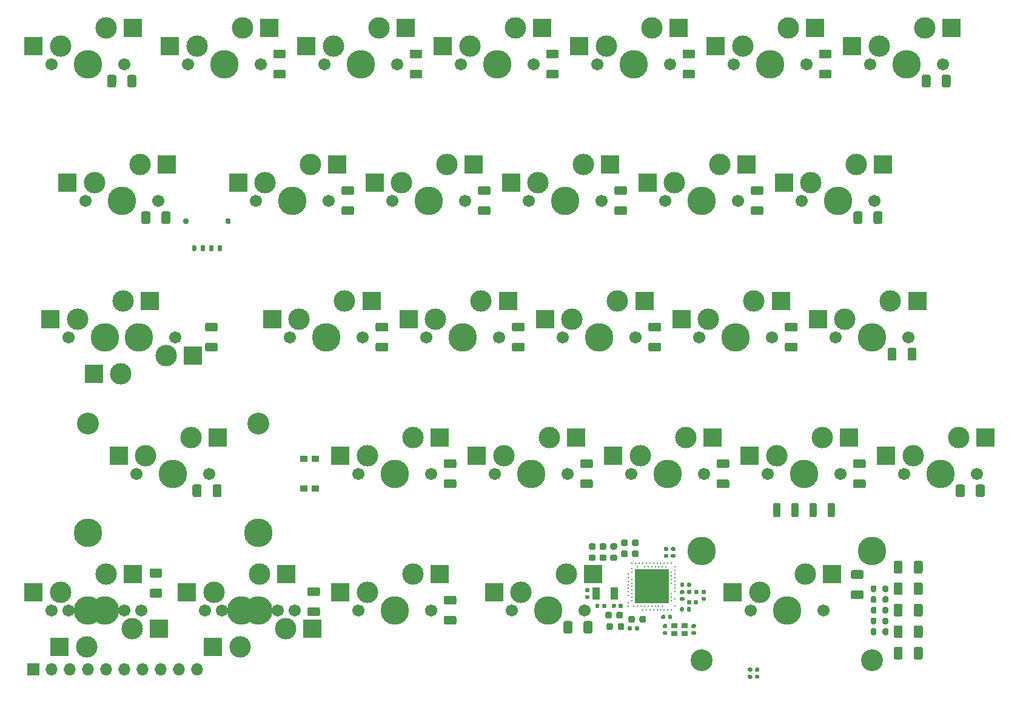
<source format=gbr>
%TF.GenerationSoftware,KiCad,Pcbnew,(5.1.10)-1*%
%TF.CreationDate,2023-08-12T15:50:22-04:00*%
%TF.ProjectId,niche65_mk2_left_RIGID,6e696368-6536-4355-9f6d-6b325f6c6566,rev?*%
%TF.SameCoordinates,Original*%
%TF.FileFunction,Soldermask,Bot*%
%TF.FilePolarity,Negative*%
%FSLAX46Y46*%
G04 Gerber Fmt 4.6, Leading zero omitted, Abs format (unit mm)*
G04 Created by KiCad (PCBNEW (5.1.10)-1) date 2023-08-12 15:50:22*
%MOMM*%
%LPD*%
G01*
G04 APERTURE LIST*
%ADD10C,3.987800*%
%ADD11C,3.048000*%
%ADD12R,2.550000X2.500000*%
%ADD13C,1.701800*%
%ADD14C,3.000000*%
%ADD15R,1.000000X0.900000*%
%ADD16R,4.850000X4.850000*%
%ADD17C,0.250000*%
%ADD18R,1.000000X1.800000*%
%ADD19R,0.900000X0.800000*%
%ADD20O,1.700000X1.700000*%
%ADD21R,1.700000X1.700000*%
G04 APERTURE END LIST*
%TO.C,REF\u002A\u002A*%
G36*
G01*
X195702500Y-162980000D02*
X195702500Y-161480000D01*
G75*
G02*
X195952500Y-161230000I250000J0D01*
G01*
X196452500Y-161230000D01*
G75*
G02*
X196702500Y-161480000I0J-250000D01*
G01*
X196702500Y-162980000D01*
G75*
G02*
X196452500Y-163230000I-250000J0D01*
G01*
X195952500Y-163230000D01*
G75*
G02*
X195702500Y-162980000I0J250000D01*
G01*
G37*
%TD*%
%TO.C,REF\u002A\u002A*%
G36*
G01*
X198242500Y-162980000D02*
X198242500Y-161480000D01*
G75*
G02*
X198492500Y-161230000I250000J0D01*
G01*
X198992500Y-161230000D01*
G75*
G02*
X199242500Y-161480000I0J-250000D01*
G01*
X199242500Y-162980000D01*
G75*
G02*
X198992500Y-163230000I-250000J0D01*
G01*
X198492500Y-163230000D01*
G75*
G02*
X198242500Y-162980000I0J250000D01*
G01*
G37*
%TD*%
%TO.C,REF\u002A\u002A*%
G36*
G01*
X203322500Y-162980000D02*
X203322500Y-161480000D01*
G75*
G02*
X203572500Y-161230000I250000J0D01*
G01*
X204072500Y-161230000D01*
G75*
G02*
X204322500Y-161480000I0J-250000D01*
G01*
X204322500Y-162980000D01*
G75*
G02*
X204072500Y-163230000I-250000J0D01*
G01*
X203572500Y-163230000D01*
G75*
G02*
X203322500Y-162980000I0J250000D01*
G01*
G37*
%TD*%
%TO.C,REF\u002A\u002A*%
G36*
G01*
X200782500Y-162980000D02*
X200782500Y-161480000D01*
G75*
G02*
X201032500Y-161230000I250000J0D01*
G01*
X201532500Y-161230000D01*
G75*
G02*
X201782500Y-161480000I0J-250000D01*
G01*
X201782500Y-162980000D01*
G75*
G02*
X201532500Y-163230000I-250000J0D01*
G01*
X201032500Y-163230000D01*
G75*
G02*
X200782500Y-162980000I0J250000D01*
G01*
G37*
%TD*%
%TO.C,J1*%
G36*
G01*
X114568742Y-125962492D02*
X114568742Y-125412492D01*
G75*
G02*
X114718742Y-125262492I150000J0D01*
G01*
X115018742Y-125262492D01*
G75*
G02*
X115168742Y-125412492I0J-150000D01*
G01*
X115168742Y-125962492D01*
G75*
G02*
X115018742Y-126112492I-150000J0D01*
G01*
X114718742Y-126112492D01*
G75*
G02*
X114568742Y-125962492I0J150000D01*
G01*
G37*
G36*
G01*
X115768742Y-125962492D02*
X115768742Y-125412492D01*
G75*
G02*
X115918742Y-125262492I150000J0D01*
G01*
X116218742Y-125262492D01*
G75*
G02*
X116368742Y-125412492I0J-150000D01*
G01*
X116368742Y-125962492D01*
G75*
G02*
X116218742Y-126112492I-150000J0D01*
G01*
X115918742Y-126112492D01*
G75*
G02*
X115768742Y-125962492I0J150000D01*
G01*
G37*
G36*
G01*
X116968742Y-125962492D02*
X116968742Y-125412492D01*
G75*
G02*
X117118742Y-125262492I150000J0D01*
G01*
X117418742Y-125262492D01*
G75*
G02*
X117568742Y-125412492I0J-150000D01*
G01*
X117568742Y-125962492D01*
G75*
G02*
X117418742Y-126112492I-150000J0D01*
G01*
X117118742Y-126112492D01*
G75*
G02*
X116968742Y-125962492I0J150000D01*
G01*
G37*
G36*
G01*
X118168742Y-125962492D02*
X118168742Y-125412492D01*
G75*
G02*
X118318742Y-125262492I150000J0D01*
G01*
X118618742Y-125262492D01*
G75*
G02*
X118768742Y-125412492I0J-150000D01*
G01*
X118768742Y-125962492D01*
G75*
G02*
X118618742Y-126112492I-150000J0D01*
G01*
X118318742Y-126112492D01*
G75*
G02*
X118168742Y-125962492I0J150000D01*
G01*
G37*
G36*
G01*
X113368742Y-122137492D02*
X113368742Y-121687492D01*
G75*
G02*
X113543742Y-121512492I175000J0D01*
G01*
X113893742Y-121512492D01*
G75*
G02*
X114068742Y-121687492I0J-175000D01*
G01*
X114068742Y-122137492D01*
G75*
G02*
X113893742Y-122312492I-175000J0D01*
G01*
X113543742Y-122312492D01*
G75*
G02*
X113368742Y-122137492I0J175000D01*
G01*
G37*
G36*
G01*
X119268742Y-122137492D02*
X119268742Y-121687492D01*
G75*
G02*
X119443742Y-121512492I175000J0D01*
G01*
X119793742Y-121512492D01*
G75*
G02*
X119968742Y-121687492I0J-175000D01*
G01*
X119968742Y-122137492D01*
G75*
G02*
X119793742Y-122312492I-175000J0D01*
G01*
X119443742Y-122312492D01*
G75*
G02*
X119268742Y-122137492I0J175000D01*
G01*
G37*
%TD*%
D10*
%TO.C,REF\u002A\u002A*%
X123806250Y-165405000D03*
X100006250Y-165405000D03*
D11*
X123806250Y-150165000D03*
X100006250Y-150165000D03*
%TD*%
%TO.C,REF\u002A\u002A*%
X209531250Y-183185000D03*
X185731250Y-183185000D03*
D10*
X209531250Y-167945000D03*
X185731250Y-167945000D03*
%TD*%
%TO.C,C1*%
G36*
G01*
X170700000Y-169315770D02*
X170200000Y-169315770D01*
G75*
G02*
X169975000Y-169090770I0J225000D01*
G01*
X169975000Y-168640770D01*
G75*
G02*
X170200000Y-168415770I225000J0D01*
G01*
X170700000Y-168415770D01*
G75*
G02*
X170925000Y-168640770I0J-225000D01*
G01*
X170925000Y-169090770D01*
G75*
G02*
X170700000Y-169315770I-225000J0D01*
G01*
G37*
G36*
G01*
X170700000Y-167765770D02*
X170200000Y-167765770D01*
G75*
G02*
X169975000Y-167540770I0J225000D01*
G01*
X169975000Y-167090770D01*
G75*
G02*
X170200000Y-166865770I225000J0D01*
G01*
X170700000Y-166865770D01*
G75*
G02*
X170925000Y-167090770I0J-225000D01*
G01*
X170925000Y-167540770D01*
G75*
G02*
X170700000Y-167765770I-225000J0D01*
G01*
G37*
%TD*%
%TO.C,C2*%
G36*
G01*
X180920000Y-167940770D02*
X180580000Y-167940770D01*
G75*
G02*
X180440000Y-167800770I0J140000D01*
G01*
X180440000Y-167520770D01*
G75*
G02*
X180580000Y-167380770I140000J0D01*
G01*
X180920000Y-167380770D01*
G75*
G02*
X181060000Y-167520770I0J-140000D01*
G01*
X181060000Y-167800770D01*
G75*
G02*
X180920000Y-167940770I-140000J0D01*
G01*
G37*
G36*
G01*
X180920000Y-168900770D02*
X180580000Y-168900770D01*
G75*
G02*
X180440000Y-168760770I0J140000D01*
G01*
X180440000Y-168480770D01*
G75*
G02*
X180580000Y-168340770I140000J0D01*
G01*
X180920000Y-168340770D01*
G75*
G02*
X181060000Y-168480770I0J-140000D01*
G01*
X181060000Y-168760770D01*
G75*
G02*
X180920000Y-168900770I-140000J0D01*
G01*
G37*
%TD*%
%TO.C,C3*%
G36*
G01*
X181920000Y-168900770D02*
X181580000Y-168900770D01*
G75*
G02*
X181440000Y-168760770I0J140000D01*
G01*
X181440000Y-168480770D01*
G75*
G02*
X181580000Y-168340770I140000J0D01*
G01*
X181920000Y-168340770D01*
G75*
G02*
X182060000Y-168480770I0J-140000D01*
G01*
X182060000Y-168760770D01*
G75*
G02*
X181920000Y-168900770I-140000J0D01*
G01*
G37*
G36*
G01*
X181920000Y-167940770D02*
X181580000Y-167940770D01*
G75*
G02*
X181440000Y-167800770I0J140000D01*
G01*
X181440000Y-167520770D01*
G75*
G02*
X181580000Y-167380770I140000J0D01*
G01*
X181920000Y-167380770D01*
G75*
G02*
X182060000Y-167520770I0J-140000D01*
G01*
X182060000Y-167800770D01*
G75*
G02*
X181920000Y-167940770I-140000J0D01*
G01*
G37*
%TD*%
%TO.C,C4*%
G36*
G01*
X180085000Y-177310770D02*
X180085000Y-176970770D01*
G75*
G02*
X180225000Y-176830770I140000J0D01*
G01*
X180505000Y-176830770D01*
G75*
G02*
X180645000Y-176970770I0J-140000D01*
G01*
X180645000Y-177310770D01*
G75*
G02*
X180505000Y-177450770I-140000J0D01*
G01*
X180225000Y-177450770D01*
G75*
G02*
X180085000Y-177310770I0J140000D01*
G01*
G37*
G36*
G01*
X181045000Y-177310770D02*
X181045000Y-176970770D01*
G75*
G02*
X181185000Y-176830770I140000J0D01*
G01*
X181465000Y-176830770D01*
G75*
G02*
X181605000Y-176970770I0J-140000D01*
G01*
X181605000Y-177310770D01*
G75*
G02*
X181465000Y-177450770I-140000J0D01*
G01*
X181185000Y-177450770D01*
G75*
G02*
X181045000Y-177310770I0J140000D01*
G01*
G37*
%TD*%
%TO.C,C5*%
G36*
G01*
X173175000Y-176640770D02*
X173175000Y-177140770D01*
G75*
G02*
X172950000Y-177365770I-225000J0D01*
G01*
X172500000Y-177365770D01*
G75*
G02*
X172275000Y-177140770I0J225000D01*
G01*
X172275000Y-176640770D01*
G75*
G02*
X172500000Y-176415770I225000J0D01*
G01*
X172950000Y-176415770D01*
G75*
G02*
X173175000Y-176640770I0J-225000D01*
G01*
G37*
G36*
G01*
X174725000Y-176640770D02*
X174725000Y-177140770D01*
G75*
G02*
X174500000Y-177365770I-225000J0D01*
G01*
X174050000Y-177365770D01*
G75*
G02*
X173825000Y-177140770I0J225000D01*
G01*
X173825000Y-176640770D01*
G75*
G02*
X174050000Y-176415770I225000J0D01*
G01*
X174500000Y-176415770D01*
G75*
G02*
X174725000Y-176640770I0J-225000D01*
G01*
G37*
%TD*%
%TO.C,C6*%
G36*
G01*
X172200000Y-169315770D02*
X171700000Y-169315770D01*
G75*
G02*
X171475000Y-169090770I0J225000D01*
G01*
X171475000Y-168640770D01*
G75*
G02*
X171700000Y-168415770I225000J0D01*
G01*
X172200000Y-168415770D01*
G75*
G02*
X172425000Y-168640770I0J-225000D01*
G01*
X172425000Y-169090770D01*
G75*
G02*
X172200000Y-169315770I-225000J0D01*
G01*
G37*
G36*
G01*
X172200000Y-167765770D02*
X171700000Y-167765770D01*
G75*
G02*
X171475000Y-167540770I0J225000D01*
G01*
X171475000Y-167090770D01*
G75*
G02*
X171700000Y-166865770I225000J0D01*
G01*
X172200000Y-166865770D01*
G75*
G02*
X172425000Y-167090770I0J-225000D01*
G01*
X172425000Y-167540770D01*
G75*
G02*
X172200000Y-167765770I-225000J0D01*
G01*
G37*
%TD*%
%TO.C,C7*%
G36*
G01*
X176214000Y-167881770D02*
X176714000Y-167881770D01*
G75*
G02*
X176939000Y-168106770I0J-225000D01*
G01*
X176939000Y-168556770D01*
G75*
G02*
X176714000Y-168781770I-225000J0D01*
G01*
X176214000Y-168781770D01*
G75*
G02*
X175989000Y-168556770I0J225000D01*
G01*
X175989000Y-168106770D01*
G75*
G02*
X176214000Y-167881770I225000J0D01*
G01*
G37*
G36*
G01*
X176214000Y-166331770D02*
X176714000Y-166331770D01*
G75*
G02*
X176939000Y-166556770I0J-225000D01*
G01*
X176939000Y-167006770D01*
G75*
G02*
X176714000Y-167231770I-225000J0D01*
G01*
X176214000Y-167231770D01*
G75*
G02*
X175989000Y-167006770I0J225000D01*
G01*
X175989000Y-166556770D01*
G75*
G02*
X176214000Y-166331770I225000J0D01*
G01*
G37*
%TD*%
%TO.C,C8*%
G36*
G01*
X177943000Y-177212770D02*
X177943000Y-177712770D01*
G75*
G02*
X177718000Y-177937770I-225000J0D01*
G01*
X177268000Y-177937770D01*
G75*
G02*
X177043000Y-177712770I0J225000D01*
G01*
X177043000Y-177212770D01*
G75*
G02*
X177268000Y-176987770I225000J0D01*
G01*
X177718000Y-176987770D01*
G75*
G02*
X177943000Y-177212770I0J-225000D01*
G01*
G37*
G36*
G01*
X176393000Y-177212770D02*
X176393000Y-177712770D01*
G75*
G02*
X176168000Y-177937770I-225000J0D01*
G01*
X175718000Y-177937770D01*
G75*
G02*
X175493000Y-177712770I0J225000D01*
G01*
X175493000Y-177212770D01*
G75*
G02*
X175718000Y-176987770I225000J0D01*
G01*
X176168000Y-176987770D01*
G75*
G02*
X176393000Y-177212770I0J-225000D01*
G01*
G37*
%TD*%
%TO.C,C9*%
G36*
G01*
X184250000Y-174920770D02*
X184250000Y-175260770D01*
G75*
G02*
X184110000Y-175400770I-140000J0D01*
G01*
X183830000Y-175400770D01*
G75*
G02*
X183690000Y-175260770I0J140000D01*
G01*
X183690000Y-174920770D01*
G75*
G02*
X183830000Y-174780770I140000J0D01*
G01*
X184110000Y-174780770D01*
G75*
G02*
X184250000Y-174920770I0J-140000D01*
G01*
G37*
G36*
G01*
X185210000Y-174920770D02*
X185210000Y-175260770D01*
G75*
G02*
X185070000Y-175400770I-140000J0D01*
G01*
X184790000Y-175400770D01*
G75*
G02*
X184650000Y-175260770I0J140000D01*
G01*
X184650000Y-174920770D01*
G75*
G02*
X184790000Y-174780770I140000J0D01*
G01*
X185070000Y-174780770D01*
G75*
G02*
X185210000Y-174920770I0J-140000D01*
G01*
G37*
%TD*%
%TO.C,C10*%
G36*
G01*
X175190000Y-167231770D02*
X174690000Y-167231770D01*
G75*
G02*
X174465000Y-167006770I0J225000D01*
G01*
X174465000Y-166556770D01*
G75*
G02*
X174690000Y-166331770I225000J0D01*
G01*
X175190000Y-166331770D01*
G75*
G02*
X175415000Y-166556770I0J-225000D01*
G01*
X175415000Y-167006770D01*
G75*
G02*
X175190000Y-167231770I-225000J0D01*
G01*
G37*
G36*
G01*
X175190000Y-168781770D02*
X174690000Y-168781770D01*
G75*
G02*
X174465000Y-168556770I0J225000D01*
G01*
X174465000Y-168106770D01*
G75*
G02*
X174690000Y-167881770I225000J0D01*
G01*
X175190000Y-167881770D01*
G75*
G02*
X175415000Y-168106770I0J-225000D01*
G01*
X175415000Y-168556770D01*
G75*
G02*
X175190000Y-168781770I-225000J0D01*
G01*
G37*
%TD*%
%TO.C,C11*%
G36*
G01*
X183680000Y-172810770D02*
X183680000Y-172470770D01*
G75*
G02*
X183820000Y-172330770I140000J0D01*
G01*
X184100000Y-172330770D01*
G75*
G02*
X184240000Y-172470770I0J-140000D01*
G01*
X184240000Y-172810770D01*
G75*
G02*
X184100000Y-172950770I-140000J0D01*
G01*
X183820000Y-172950770D01*
G75*
G02*
X183680000Y-172810770I0J140000D01*
G01*
G37*
G36*
G01*
X182720000Y-172810770D02*
X182720000Y-172470770D01*
G75*
G02*
X182860000Y-172330770I140000J0D01*
G01*
X183140000Y-172330770D01*
G75*
G02*
X183280000Y-172470770I0J-140000D01*
G01*
X183280000Y-172810770D01*
G75*
G02*
X183140000Y-172950770I-140000J0D01*
G01*
X182860000Y-172950770D01*
G75*
G02*
X182720000Y-172810770I0J140000D01*
G01*
G37*
%TD*%
%TO.C,C12*%
G36*
G01*
X183649000Y-176235770D02*
X183649000Y-175895770D01*
G75*
G02*
X183789000Y-175755770I140000J0D01*
G01*
X184069000Y-175755770D01*
G75*
G02*
X184209000Y-175895770I0J-140000D01*
G01*
X184209000Y-176235770D01*
G75*
G02*
X184069000Y-176375770I-140000J0D01*
G01*
X183789000Y-176375770D01*
G75*
G02*
X183649000Y-176235770I0J140000D01*
G01*
G37*
G36*
G01*
X182689000Y-176235770D02*
X182689000Y-175895770D01*
G75*
G02*
X182829000Y-175755770I140000J0D01*
G01*
X183109000Y-175755770D01*
G75*
G02*
X183249000Y-175895770I0J-140000D01*
G01*
X183249000Y-176235770D01*
G75*
G02*
X183109000Y-176375770I-140000J0D01*
G01*
X182829000Y-176375770D01*
G75*
G02*
X182689000Y-176235770I0J140000D01*
G01*
G37*
%TD*%
%TO.C,C13*%
G36*
G01*
X174710000Y-175420770D02*
X174710000Y-175760770D01*
G75*
G02*
X174570000Y-175900770I-140000J0D01*
G01*
X174290000Y-175900770D01*
G75*
G02*
X174150000Y-175760770I0J140000D01*
G01*
X174150000Y-175420770D01*
G75*
G02*
X174290000Y-175280770I140000J0D01*
G01*
X174570000Y-175280770D01*
G75*
G02*
X174710000Y-175420770I0J-140000D01*
G01*
G37*
G36*
G01*
X173750000Y-175420770D02*
X173750000Y-175760770D01*
G75*
G02*
X173610000Y-175900770I-140000J0D01*
G01*
X173330000Y-175900770D01*
G75*
G02*
X173190000Y-175760770I0J140000D01*
G01*
X173190000Y-175420770D01*
G75*
G02*
X173330000Y-175280770I140000J0D01*
G01*
X173610000Y-175280770D01*
G75*
G02*
X173750000Y-175420770I0J-140000D01*
G01*
G37*
%TD*%
%TO.C,C14*%
G36*
G01*
X172410000Y-175420770D02*
X172410000Y-175760770D01*
G75*
G02*
X172270000Y-175900770I-140000J0D01*
G01*
X171990000Y-175900770D01*
G75*
G02*
X171850000Y-175760770I0J140000D01*
G01*
X171850000Y-175420770D01*
G75*
G02*
X171990000Y-175280770I140000J0D01*
G01*
X172270000Y-175280770D01*
G75*
G02*
X172410000Y-175420770I0J-140000D01*
G01*
G37*
G36*
G01*
X171450000Y-175420770D02*
X171450000Y-175760770D01*
G75*
G02*
X171310000Y-175900770I-140000J0D01*
G01*
X171030000Y-175900770D01*
G75*
G02*
X170890000Y-175760770I0J140000D01*
G01*
X170890000Y-175420770D01*
G75*
G02*
X171030000Y-175280770I140000J0D01*
G01*
X171310000Y-175280770D01*
G75*
G02*
X171450000Y-175420770I0J-140000D01*
G01*
G37*
%TD*%
%TO.C,C15*%
G36*
G01*
X169920000Y-173690770D02*
X169580000Y-173690770D01*
G75*
G02*
X169440000Y-173550770I0J140000D01*
G01*
X169440000Y-173270770D01*
G75*
G02*
X169580000Y-173130770I140000J0D01*
G01*
X169920000Y-173130770D01*
G75*
G02*
X170060000Y-173270770I0J-140000D01*
G01*
X170060000Y-173550770D01*
G75*
G02*
X169920000Y-173690770I-140000J0D01*
G01*
G37*
G36*
G01*
X169920000Y-174650770D02*
X169580000Y-174650770D01*
G75*
G02*
X169440000Y-174510770I0J140000D01*
G01*
X169440000Y-174230770D01*
G75*
G02*
X169580000Y-174090770I140000J0D01*
G01*
X169920000Y-174090770D01*
G75*
G02*
X170060000Y-174230770I0J-140000D01*
G01*
X170060000Y-174510770D01*
G75*
G02*
X169920000Y-174650770I-140000J0D01*
G01*
G37*
%TD*%
%TO.C,C16*%
G36*
G01*
X193311250Y-184230000D02*
X193651250Y-184230000D01*
G75*
G02*
X193791250Y-184370000I0J-140000D01*
G01*
X193791250Y-184650000D01*
G75*
G02*
X193651250Y-184790000I-140000J0D01*
G01*
X193311250Y-184790000D01*
G75*
G02*
X193171250Y-184650000I0J140000D01*
G01*
X193171250Y-184370000D01*
G75*
G02*
X193311250Y-184230000I140000J0D01*
G01*
G37*
G36*
G01*
X193311250Y-185190000D02*
X193651250Y-185190000D01*
G75*
G02*
X193791250Y-185330000I0J-140000D01*
G01*
X193791250Y-185610000D01*
G75*
G02*
X193651250Y-185750000I-140000J0D01*
G01*
X193311250Y-185750000D01*
G75*
G02*
X193171250Y-185610000I0J140000D01*
G01*
X193171250Y-185330000D01*
G75*
G02*
X193311250Y-185190000I140000J0D01*
G01*
G37*
%TD*%
%TO.C,C17*%
G36*
G01*
X185830000Y-174340770D02*
X186170000Y-174340770D01*
G75*
G02*
X186310000Y-174480770I0J-140000D01*
G01*
X186310000Y-174760770D01*
G75*
G02*
X186170000Y-174900770I-140000J0D01*
G01*
X185830000Y-174900770D01*
G75*
G02*
X185690000Y-174760770I0J140000D01*
G01*
X185690000Y-174480770D01*
G75*
G02*
X185830000Y-174340770I140000J0D01*
G01*
G37*
G36*
G01*
X185830000Y-173380770D02*
X186170000Y-173380770D01*
G75*
G02*
X186310000Y-173520770I0J-140000D01*
G01*
X186310000Y-173800770D01*
G75*
G02*
X186170000Y-173940770I-140000J0D01*
G01*
X185830000Y-173940770D01*
G75*
G02*
X185690000Y-173800770I0J140000D01*
G01*
X185690000Y-173520770D01*
G75*
G02*
X185830000Y-173380770I140000J0D01*
G01*
G37*
%TD*%
%TO.C,C18*%
G36*
G01*
X182830000Y-173380770D02*
X183170000Y-173380770D01*
G75*
G02*
X183310000Y-173520770I0J-140000D01*
G01*
X183310000Y-173800770D01*
G75*
G02*
X183170000Y-173940770I-140000J0D01*
G01*
X182830000Y-173940770D01*
G75*
G02*
X182690000Y-173800770I0J140000D01*
G01*
X182690000Y-173520770D01*
G75*
G02*
X182830000Y-173380770I140000J0D01*
G01*
G37*
G36*
G01*
X182830000Y-174340770D02*
X183170000Y-174340770D01*
G75*
G02*
X183310000Y-174480770I0J-140000D01*
G01*
X183310000Y-174760770D01*
G75*
G02*
X183170000Y-174900770I-140000J0D01*
G01*
X182830000Y-174900770D01*
G75*
G02*
X182690000Y-174760770I0J140000D01*
G01*
X182690000Y-174480770D01*
G75*
G02*
X182830000Y-174340770I140000J0D01*
G01*
G37*
%TD*%
%TO.C,C19*%
G36*
G01*
X184785000Y-179650770D02*
X184445000Y-179650770D01*
G75*
G02*
X184305000Y-179510770I0J140000D01*
G01*
X184305000Y-179230770D01*
G75*
G02*
X184445000Y-179090770I140000J0D01*
G01*
X184785000Y-179090770D01*
G75*
G02*
X184925000Y-179230770I0J-140000D01*
G01*
X184925000Y-179510770D01*
G75*
G02*
X184785000Y-179650770I-140000J0D01*
G01*
G37*
G36*
G01*
X184785000Y-178690770D02*
X184445000Y-178690770D01*
G75*
G02*
X184305000Y-178550770I0J140000D01*
G01*
X184305000Y-178270770D01*
G75*
G02*
X184445000Y-178130770I140000J0D01*
G01*
X184785000Y-178130770D01*
G75*
G02*
X184925000Y-178270770I0J-140000D01*
G01*
X184925000Y-178550770D01*
G75*
G02*
X184785000Y-178690770I-140000J0D01*
G01*
G37*
%TD*%
%TO.C,C20*%
G36*
G01*
X180445000Y-179090770D02*
X180785000Y-179090770D01*
G75*
G02*
X180925000Y-179230770I0J-140000D01*
G01*
X180925000Y-179510770D01*
G75*
G02*
X180785000Y-179650770I-140000J0D01*
G01*
X180445000Y-179650770D01*
G75*
G02*
X180305000Y-179510770I0J140000D01*
G01*
X180305000Y-179230770D01*
G75*
G02*
X180445000Y-179090770I140000J0D01*
G01*
G37*
G36*
G01*
X180445000Y-178130770D02*
X180785000Y-178130770D01*
G75*
G02*
X180925000Y-178270770I0J-140000D01*
G01*
X180925000Y-178550770D01*
G75*
G02*
X180785000Y-178690770I-140000J0D01*
G01*
X180445000Y-178690770D01*
G75*
G02*
X180305000Y-178550770I0J140000D01*
G01*
X180305000Y-178270770D01*
G75*
G02*
X180445000Y-178130770I140000J0D01*
G01*
G37*
%TD*%
%TO.C,D1*%
G36*
G01*
X103987500Y-101756250D02*
X103987500Y-103006250D01*
G75*
G02*
X103737500Y-103256250I-250000J0D01*
G01*
X102987500Y-103256250D01*
G75*
G02*
X102737500Y-103006250I0J250000D01*
G01*
X102737500Y-101756250D01*
G75*
G02*
X102987500Y-101506250I250000J0D01*
G01*
X103737500Y-101506250D01*
G75*
G02*
X103987500Y-101756250I0J-250000D01*
G01*
G37*
G36*
G01*
X106787500Y-101756250D02*
X106787500Y-103006250D01*
G75*
G02*
X106537500Y-103256250I-250000J0D01*
G01*
X105787500Y-103256250D01*
G75*
G02*
X105537500Y-103006250I0J250000D01*
G01*
X105537500Y-101756250D01*
G75*
G02*
X105787500Y-101506250I250000J0D01*
G01*
X106537500Y-101506250D01*
G75*
G02*
X106787500Y-101756250I0J-250000D01*
G01*
G37*
%TD*%
%TO.C,D2*%
G36*
G01*
X127414085Y-102025000D02*
X126164085Y-102025000D01*
G75*
G02*
X125914085Y-101775000I0J250000D01*
G01*
X125914085Y-101025000D01*
G75*
G02*
X126164085Y-100775000I250000J0D01*
G01*
X127414085Y-100775000D01*
G75*
G02*
X127664085Y-101025000I0J-250000D01*
G01*
X127664085Y-101775000D01*
G75*
G02*
X127414085Y-102025000I-250000J0D01*
G01*
G37*
G36*
G01*
X127414085Y-99225000D02*
X126164085Y-99225000D01*
G75*
G02*
X125914085Y-98975000I0J250000D01*
G01*
X125914085Y-98225000D01*
G75*
G02*
X126164085Y-97975000I250000J0D01*
G01*
X127414085Y-97975000D01*
G75*
G02*
X127664085Y-98225000I0J-250000D01*
G01*
X127664085Y-98975000D01*
G75*
G02*
X127414085Y-99225000I-250000J0D01*
G01*
G37*
%TD*%
%TO.C,D3*%
G36*
G01*
X146464101Y-102025000D02*
X145214101Y-102025000D01*
G75*
G02*
X144964101Y-101775000I0J250000D01*
G01*
X144964101Y-101025000D01*
G75*
G02*
X145214101Y-100775000I250000J0D01*
G01*
X146464101Y-100775000D01*
G75*
G02*
X146714101Y-101025000I0J-250000D01*
G01*
X146714101Y-101775000D01*
G75*
G02*
X146464101Y-102025000I-250000J0D01*
G01*
G37*
G36*
G01*
X146464101Y-99225000D02*
X145214101Y-99225000D01*
G75*
G02*
X144964101Y-98975000I0J250000D01*
G01*
X144964101Y-98225000D01*
G75*
G02*
X145214101Y-97975000I250000J0D01*
G01*
X146464101Y-97975000D01*
G75*
G02*
X146714101Y-98225000I0J-250000D01*
G01*
X146714101Y-98975000D01*
G75*
G02*
X146464101Y-99225000I-250000J0D01*
G01*
G37*
%TD*%
%TO.C,D4*%
G36*
G01*
X165514117Y-99225000D02*
X164264117Y-99225000D01*
G75*
G02*
X164014117Y-98975000I0J250000D01*
G01*
X164014117Y-98225000D01*
G75*
G02*
X164264117Y-97975000I250000J0D01*
G01*
X165514117Y-97975000D01*
G75*
G02*
X165764117Y-98225000I0J-250000D01*
G01*
X165764117Y-98975000D01*
G75*
G02*
X165514117Y-99225000I-250000J0D01*
G01*
G37*
G36*
G01*
X165514117Y-102025000D02*
X164264117Y-102025000D01*
G75*
G02*
X164014117Y-101775000I0J250000D01*
G01*
X164014117Y-101025000D01*
G75*
G02*
X164264117Y-100775000I250000J0D01*
G01*
X165514117Y-100775000D01*
G75*
G02*
X165764117Y-101025000I0J-250000D01*
G01*
X165764117Y-101775000D01*
G75*
G02*
X165514117Y-102025000I-250000J0D01*
G01*
G37*
%TD*%
%TO.C,D5*%
G36*
G01*
X184564133Y-99225000D02*
X183314133Y-99225000D01*
G75*
G02*
X183064133Y-98975000I0J250000D01*
G01*
X183064133Y-98225000D01*
G75*
G02*
X183314133Y-97975000I250000J0D01*
G01*
X184564133Y-97975000D01*
G75*
G02*
X184814133Y-98225000I0J-250000D01*
G01*
X184814133Y-98975000D01*
G75*
G02*
X184564133Y-99225000I-250000J0D01*
G01*
G37*
G36*
G01*
X184564133Y-102025000D02*
X183314133Y-102025000D01*
G75*
G02*
X183064133Y-101775000I0J250000D01*
G01*
X183064133Y-101025000D01*
G75*
G02*
X183314133Y-100775000I250000J0D01*
G01*
X184564133Y-100775000D01*
G75*
G02*
X184814133Y-101025000I0J-250000D01*
G01*
X184814133Y-101775000D01*
G75*
G02*
X184564133Y-102025000I-250000J0D01*
G01*
G37*
%TD*%
%TO.C,D6*%
G36*
G01*
X203614149Y-102025000D02*
X202364149Y-102025000D01*
G75*
G02*
X202114149Y-101775000I0J250000D01*
G01*
X202114149Y-101025000D01*
G75*
G02*
X202364149Y-100775000I250000J0D01*
G01*
X203614149Y-100775000D01*
G75*
G02*
X203864149Y-101025000I0J-250000D01*
G01*
X203864149Y-101775000D01*
G75*
G02*
X203614149Y-102025000I-250000J0D01*
G01*
G37*
G36*
G01*
X203614149Y-99225000D02*
X202364149Y-99225000D01*
G75*
G02*
X202114149Y-98975000I0J250000D01*
G01*
X202114149Y-98225000D01*
G75*
G02*
X202364149Y-97975000I250000J0D01*
G01*
X203614149Y-97975000D01*
G75*
G02*
X203864149Y-98225000I0J-250000D01*
G01*
X203864149Y-98975000D01*
G75*
G02*
X203614149Y-99225000I-250000J0D01*
G01*
G37*
%TD*%
%TO.C,D7*%
G36*
G01*
X216442287Y-103006252D02*
X216442287Y-101756252D01*
G75*
G02*
X216692287Y-101506252I250000J0D01*
G01*
X217442287Y-101506252D01*
G75*
G02*
X217692287Y-101756252I0J-250000D01*
G01*
X217692287Y-103006252D01*
G75*
G02*
X217442287Y-103256252I-250000J0D01*
G01*
X216692287Y-103256252D01*
G75*
G02*
X216442287Y-103006252I0J250000D01*
G01*
G37*
G36*
G01*
X219242287Y-103006252D02*
X219242287Y-101756252D01*
G75*
G02*
X219492287Y-101506252I250000J0D01*
G01*
X220242287Y-101506252D01*
G75*
G02*
X220492287Y-101756252I0J-250000D01*
G01*
X220492287Y-103006252D01*
G75*
G02*
X220242287Y-103256252I-250000J0D01*
G01*
X219492287Y-103256252D01*
G75*
G02*
X219242287Y-103006252I0J250000D01*
G01*
G37*
%TD*%
%TO.C,D8*%
G36*
G01*
X108749992Y-120806242D02*
X108749992Y-122056242D01*
G75*
G02*
X108499992Y-122306242I-250000J0D01*
G01*
X107749992Y-122306242D01*
G75*
G02*
X107499992Y-122056242I0J250000D01*
G01*
X107499992Y-120806242D01*
G75*
G02*
X107749992Y-120556242I250000J0D01*
G01*
X108499992Y-120556242D01*
G75*
G02*
X108749992Y-120806242I0J-250000D01*
G01*
G37*
G36*
G01*
X111549992Y-120806242D02*
X111549992Y-122056242D01*
G75*
G02*
X111299992Y-122306242I-250000J0D01*
G01*
X110549992Y-122306242D01*
G75*
G02*
X110299992Y-122056242I0J250000D01*
G01*
X110299992Y-120806242D01*
G75*
G02*
X110549992Y-120556242I250000J0D01*
G01*
X111299992Y-120556242D01*
G75*
G02*
X111549992Y-120806242I0J-250000D01*
G01*
G37*
%TD*%
%TO.C,D9*%
G36*
G01*
X136939093Y-121075016D02*
X135689093Y-121075016D01*
G75*
G02*
X135439093Y-120825016I0J250000D01*
G01*
X135439093Y-120075016D01*
G75*
G02*
X135689093Y-119825016I250000J0D01*
G01*
X136939093Y-119825016D01*
G75*
G02*
X137189093Y-120075016I0J-250000D01*
G01*
X137189093Y-120825016D01*
G75*
G02*
X136939093Y-121075016I-250000J0D01*
G01*
G37*
G36*
G01*
X136939093Y-118275016D02*
X135689093Y-118275016D01*
G75*
G02*
X135439093Y-118025016I0J250000D01*
G01*
X135439093Y-117275016D01*
G75*
G02*
X135689093Y-117025016I250000J0D01*
G01*
X136939093Y-117025016D01*
G75*
G02*
X137189093Y-117275016I0J-250000D01*
G01*
X137189093Y-118025016D01*
G75*
G02*
X136939093Y-118275016I-250000J0D01*
G01*
G37*
%TD*%
%TO.C,D10*%
G36*
G01*
X155989109Y-118275016D02*
X154739109Y-118275016D01*
G75*
G02*
X154489109Y-118025016I0J250000D01*
G01*
X154489109Y-117275016D01*
G75*
G02*
X154739109Y-117025016I250000J0D01*
G01*
X155989109Y-117025016D01*
G75*
G02*
X156239109Y-117275016I0J-250000D01*
G01*
X156239109Y-118025016D01*
G75*
G02*
X155989109Y-118275016I-250000J0D01*
G01*
G37*
G36*
G01*
X155989109Y-121075016D02*
X154739109Y-121075016D01*
G75*
G02*
X154489109Y-120825016I0J250000D01*
G01*
X154489109Y-120075016D01*
G75*
G02*
X154739109Y-119825016I250000J0D01*
G01*
X155989109Y-119825016D01*
G75*
G02*
X156239109Y-120075016I0J-250000D01*
G01*
X156239109Y-120825016D01*
G75*
G02*
X155989109Y-121075016I-250000J0D01*
G01*
G37*
%TD*%
%TO.C,D11*%
G36*
G01*
X175039125Y-121075016D02*
X173789125Y-121075016D01*
G75*
G02*
X173539125Y-120825016I0J250000D01*
G01*
X173539125Y-120075016D01*
G75*
G02*
X173789125Y-119825016I250000J0D01*
G01*
X175039125Y-119825016D01*
G75*
G02*
X175289125Y-120075016I0J-250000D01*
G01*
X175289125Y-120825016D01*
G75*
G02*
X175039125Y-121075016I-250000J0D01*
G01*
G37*
G36*
G01*
X175039125Y-118275016D02*
X173789125Y-118275016D01*
G75*
G02*
X173539125Y-118025016I0J250000D01*
G01*
X173539125Y-117275016D01*
G75*
G02*
X173789125Y-117025016I250000J0D01*
G01*
X175039125Y-117025016D01*
G75*
G02*
X175289125Y-117275016I0J-250000D01*
G01*
X175289125Y-118025016D01*
G75*
G02*
X175039125Y-118275016I-250000J0D01*
G01*
G37*
%TD*%
%TO.C,D12*%
G36*
G01*
X194089141Y-121075016D02*
X192839141Y-121075016D01*
G75*
G02*
X192589141Y-120825016I0J250000D01*
G01*
X192589141Y-120075016D01*
G75*
G02*
X192839141Y-119825016I250000J0D01*
G01*
X194089141Y-119825016D01*
G75*
G02*
X194339141Y-120075016I0J-250000D01*
G01*
X194339141Y-120825016D01*
G75*
G02*
X194089141Y-121075016I-250000J0D01*
G01*
G37*
G36*
G01*
X194089141Y-118275016D02*
X192839141Y-118275016D01*
G75*
G02*
X192589141Y-118025016I0J250000D01*
G01*
X192589141Y-117275016D01*
G75*
G02*
X192839141Y-117025016I250000J0D01*
G01*
X194089141Y-117025016D01*
G75*
G02*
X194339141Y-117275016I0J-250000D01*
G01*
X194339141Y-118025016D01*
G75*
G02*
X194089141Y-118275016I-250000J0D01*
G01*
G37*
%TD*%
%TO.C,D13*%
G36*
G01*
X209717279Y-122056268D02*
X209717279Y-120806268D01*
G75*
G02*
X209967279Y-120556268I250000J0D01*
G01*
X210717279Y-120556268D01*
G75*
G02*
X210967279Y-120806268I0J-250000D01*
G01*
X210967279Y-122056268D01*
G75*
G02*
X210717279Y-122306268I-250000J0D01*
G01*
X209967279Y-122306268D01*
G75*
G02*
X209717279Y-122056268I0J250000D01*
G01*
G37*
G36*
G01*
X206917279Y-122056268D02*
X206917279Y-120806268D01*
G75*
G02*
X207167279Y-120556268I250000J0D01*
G01*
X207917279Y-120556268D01*
G75*
G02*
X208167279Y-120806268I0J-250000D01*
G01*
X208167279Y-122056268D01*
G75*
G02*
X207917279Y-122306268I-250000J0D01*
G01*
X207167279Y-122306268D01*
G75*
G02*
X206917279Y-122056268I0J250000D01*
G01*
G37*
%TD*%
%TO.C,D14*%
G36*
G01*
X117889077Y-137325032D02*
X116639077Y-137325032D01*
G75*
G02*
X116389077Y-137075032I0J250000D01*
G01*
X116389077Y-136325032D01*
G75*
G02*
X116639077Y-136075032I250000J0D01*
G01*
X117889077Y-136075032D01*
G75*
G02*
X118139077Y-136325032I0J-250000D01*
G01*
X118139077Y-137075032D01*
G75*
G02*
X117889077Y-137325032I-250000J0D01*
G01*
G37*
G36*
G01*
X117889077Y-140125032D02*
X116639077Y-140125032D01*
G75*
G02*
X116389077Y-139875032I0J250000D01*
G01*
X116389077Y-139125032D01*
G75*
G02*
X116639077Y-138875032I250000J0D01*
G01*
X117889077Y-138875032D01*
G75*
G02*
X118139077Y-139125032I0J-250000D01*
G01*
X118139077Y-139875032D01*
G75*
G02*
X117889077Y-140125032I-250000J0D01*
G01*
G37*
%TD*%
%TO.C,D15*%
G36*
G01*
X141701597Y-137325032D02*
X140451597Y-137325032D01*
G75*
G02*
X140201597Y-137075032I0J250000D01*
G01*
X140201597Y-136325032D01*
G75*
G02*
X140451597Y-136075032I250000J0D01*
G01*
X141701597Y-136075032D01*
G75*
G02*
X141951597Y-136325032I0J-250000D01*
G01*
X141951597Y-137075032D01*
G75*
G02*
X141701597Y-137325032I-250000J0D01*
G01*
G37*
G36*
G01*
X141701597Y-140125032D02*
X140451597Y-140125032D01*
G75*
G02*
X140201597Y-139875032I0J250000D01*
G01*
X140201597Y-139125032D01*
G75*
G02*
X140451597Y-138875032I250000J0D01*
G01*
X141701597Y-138875032D01*
G75*
G02*
X141951597Y-139125032I0J-250000D01*
G01*
X141951597Y-139875032D01*
G75*
G02*
X141701597Y-140125032I-250000J0D01*
G01*
G37*
%TD*%
%TO.C,D16*%
G36*
G01*
X160751613Y-140125032D02*
X159501613Y-140125032D01*
G75*
G02*
X159251613Y-139875032I0J250000D01*
G01*
X159251613Y-139125032D01*
G75*
G02*
X159501613Y-138875032I250000J0D01*
G01*
X160751613Y-138875032D01*
G75*
G02*
X161001613Y-139125032I0J-250000D01*
G01*
X161001613Y-139875032D01*
G75*
G02*
X160751613Y-140125032I-250000J0D01*
G01*
G37*
G36*
G01*
X160751613Y-137325032D02*
X159501613Y-137325032D01*
G75*
G02*
X159251613Y-137075032I0J250000D01*
G01*
X159251613Y-136325032D01*
G75*
G02*
X159501613Y-136075032I250000J0D01*
G01*
X160751613Y-136075032D01*
G75*
G02*
X161001613Y-136325032I0J-250000D01*
G01*
X161001613Y-137075032D01*
G75*
G02*
X160751613Y-137325032I-250000J0D01*
G01*
G37*
%TD*%
%TO.C,D17*%
G36*
G01*
X179801629Y-140125032D02*
X178551629Y-140125032D01*
G75*
G02*
X178301629Y-139875032I0J250000D01*
G01*
X178301629Y-139125032D01*
G75*
G02*
X178551629Y-138875032I250000J0D01*
G01*
X179801629Y-138875032D01*
G75*
G02*
X180051629Y-139125032I0J-250000D01*
G01*
X180051629Y-139875032D01*
G75*
G02*
X179801629Y-140125032I-250000J0D01*
G01*
G37*
G36*
G01*
X179801629Y-137325032D02*
X178551629Y-137325032D01*
G75*
G02*
X178301629Y-137075032I0J250000D01*
G01*
X178301629Y-136325032D01*
G75*
G02*
X178551629Y-136075032I250000J0D01*
G01*
X179801629Y-136075032D01*
G75*
G02*
X180051629Y-136325032I0J-250000D01*
G01*
X180051629Y-137075032D01*
G75*
G02*
X179801629Y-137325032I-250000J0D01*
G01*
G37*
%TD*%
%TO.C,D18*%
G36*
G01*
X198851645Y-140125032D02*
X197601645Y-140125032D01*
G75*
G02*
X197351645Y-139875032I0J250000D01*
G01*
X197351645Y-139125032D01*
G75*
G02*
X197601645Y-138875032I250000J0D01*
G01*
X198851645Y-138875032D01*
G75*
G02*
X199101645Y-139125032I0J-250000D01*
G01*
X199101645Y-139875032D01*
G75*
G02*
X198851645Y-140125032I-250000J0D01*
G01*
G37*
G36*
G01*
X198851645Y-137325032D02*
X197601645Y-137325032D01*
G75*
G02*
X197351645Y-137075032I0J250000D01*
G01*
X197351645Y-136325032D01*
G75*
G02*
X197601645Y-136075032I250000J0D01*
G01*
X198851645Y-136075032D01*
G75*
G02*
X199101645Y-136325032I0J-250000D01*
G01*
X199101645Y-137075032D01*
G75*
G02*
X198851645Y-137325032I-250000J0D01*
G01*
G37*
%TD*%
%TO.C,D19*%
G36*
G01*
X214479783Y-141106284D02*
X214479783Y-139856284D01*
G75*
G02*
X214729783Y-139606284I250000J0D01*
G01*
X215479783Y-139606284D01*
G75*
G02*
X215729783Y-139856284I0J-250000D01*
G01*
X215729783Y-141106284D01*
G75*
G02*
X215479783Y-141356284I-250000J0D01*
G01*
X214729783Y-141356284D01*
G75*
G02*
X214479783Y-141106284I0J250000D01*
G01*
G37*
G36*
G01*
X211679783Y-141106284D02*
X211679783Y-139856284D01*
G75*
G02*
X211929783Y-139606284I250000J0D01*
G01*
X212679783Y-139606284D01*
G75*
G02*
X212929783Y-139856284I0J-250000D01*
G01*
X212929783Y-141106284D01*
G75*
G02*
X212679783Y-141356284I-250000J0D01*
G01*
X211929783Y-141356284D01*
G75*
G02*
X211679783Y-141106284I0J250000D01*
G01*
G37*
%TD*%
%TO.C,D20*%
G36*
G01*
X115893750Y-158906250D02*
X115893750Y-160156250D01*
G75*
G02*
X115643750Y-160406250I-250000J0D01*
G01*
X114893750Y-160406250D01*
G75*
G02*
X114643750Y-160156250I0J250000D01*
G01*
X114643750Y-158906250D01*
G75*
G02*
X114893750Y-158656250I250000J0D01*
G01*
X115643750Y-158656250D01*
G75*
G02*
X115893750Y-158906250I0J-250000D01*
G01*
G37*
G36*
G01*
X118693750Y-158906250D02*
X118693750Y-160156250D01*
G75*
G02*
X118443750Y-160406250I-250000J0D01*
G01*
X117693750Y-160406250D01*
G75*
G02*
X117443750Y-160156250I0J250000D01*
G01*
X117443750Y-158906250D01*
G75*
G02*
X117693750Y-158656250I250000J0D01*
G01*
X118443750Y-158656250D01*
G75*
G02*
X118693750Y-158906250I0J-250000D01*
G01*
G37*
%TD*%
%TO.C,D22*%
G36*
G01*
X151226605Y-156375048D02*
X149976605Y-156375048D01*
G75*
G02*
X149726605Y-156125048I0J250000D01*
G01*
X149726605Y-155375048D01*
G75*
G02*
X149976605Y-155125048I250000J0D01*
G01*
X151226605Y-155125048D01*
G75*
G02*
X151476605Y-155375048I0J-250000D01*
G01*
X151476605Y-156125048D01*
G75*
G02*
X151226605Y-156375048I-250000J0D01*
G01*
G37*
G36*
G01*
X151226605Y-159175048D02*
X149976605Y-159175048D01*
G75*
G02*
X149726605Y-158925048I0J250000D01*
G01*
X149726605Y-158175048D01*
G75*
G02*
X149976605Y-157925048I250000J0D01*
G01*
X151226605Y-157925048D01*
G75*
G02*
X151476605Y-158175048I0J-250000D01*
G01*
X151476605Y-158925048D01*
G75*
G02*
X151226605Y-159175048I-250000J0D01*
G01*
G37*
%TD*%
%TO.C,D23*%
G36*
G01*
X170276621Y-159175048D02*
X169026621Y-159175048D01*
G75*
G02*
X168776621Y-158925048I0J250000D01*
G01*
X168776621Y-158175048D01*
G75*
G02*
X169026621Y-157925048I250000J0D01*
G01*
X170276621Y-157925048D01*
G75*
G02*
X170526621Y-158175048I0J-250000D01*
G01*
X170526621Y-158925048D01*
G75*
G02*
X170276621Y-159175048I-250000J0D01*
G01*
G37*
G36*
G01*
X170276621Y-156375048D02*
X169026621Y-156375048D01*
G75*
G02*
X168776621Y-156125048I0J250000D01*
G01*
X168776621Y-155375048D01*
G75*
G02*
X169026621Y-155125048I250000J0D01*
G01*
X170276621Y-155125048D01*
G75*
G02*
X170526621Y-155375048I0J-250000D01*
G01*
X170526621Y-156125048D01*
G75*
G02*
X170276621Y-156375048I-250000J0D01*
G01*
G37*
%TD*%
%TO.C,D24*%
G36*
G01*
X189326637Y-159175048D02*
X188076637Y-159175048D01*
G75*
G02*
X187826637Y-158925048I0J250000D01*
G01*
X187826637Y-158175048D01*
G75*
G02*
X188076637Y-157925048I250000J0D01*
G01*
X189326637Y-157925048D01*
G75*
G02*
X189576637Y-158175048I0J-250000D01*
G01*
X189576637Y-158925048D01*
G75*
G02*
X189326637Y-159175048I-250000J0D01*
G01*
G37*
G36*
G01*
X189326637Y-156375048D02*
X188076637Y-156375048D01*
G75*
G02*
X187826637Y-156125048I0J250000D01*
G01*
X187826637Y-155375048D01*
G75*
G02*
X188076637Y-155125048I250000J0D01*
G01*
X189326637Y-155125048D01*
G75*
G02*
X189576637Y-155375048I0J-250000D01*
G01*
X189576637Y-156125048D01*
G75*
G02*
X189326637Y-156375048I-250000J0D01*
G01*
G37*
%TD*%
%TO.C,D25*%
G36*
G01*
X208376653Y-156375048D02*
X207126653Y-156375048D01*
G75*
G02*
X206876653Y-156125048I0J250000D01*
G01*
X206876653Y-155375048D01*
G75*
G02*
X207126653Y-155125048I250000J0D01*
G01*
X208376653Y-155125048D01*
G75*
G02*
X208626653Y-155375048I0J-250000D01*
G01*
X208626653Y-156125048D01*
G75*
G02*
X208376653Y-156375048I-250000J0D01*
G01*
G37*
G36*
G01*
X208376653Y-159175048D02*
X207126653Y-159175048D01*
G75*
G02*
X206876653Y-158925048I0J250000D01*
G01*
X206876653Y-158175048D01*
G75*
G02*
X207126653Y-157925048I250000J0D01*
G01*
X208376653Y-157925048D01*
G75*
G02*
X208626653Y-158175048I0J-250000D01*
G01*
X208626653Y-158925048D01*
G75*
G02*
X208376653Y-159175048I-250000J0D01*
G01*
G37*
%TD*%
%TO.C,D26*%
G36*
G01*
X221204791Y-160156300D02*
X221204791Y-158906300D01*
G75*
G02*
X221454791Y-158656300I250000J0D01*
G01*
X222204791Y-158656300D01*
G75*
G02*
X222454791Y-158906300I0J-250000D01*
G01*
X222454791Y-160156300D01*
G75*
G02*
X222204791Y-160406300I-250000J0D01*
G01*
X221454791Y-160406300D01*
G75*
G02*
X221204791Y-160156300I0J250000D01*
G01*
G37*
G36*
G01*
X224004791Y-160156300D02*
X224004791Y-158906300D01*
G75*
G02*
X224254791Y-158656300I250000J0D01*
G01*
X225004791Y-158656300D01*
G75*
G02*
X225254791Y-158906300I0J-250000D01*
G01*
X225254791Y-160156300D01*
G75*
G02*
X225004791Y-160406300I-250000J0D01*
G01*
X224254791Y-160406300D01*
G75*
G02*
X224004791Y-160156300I0J250000D01*
G01*
G37*
%TD*%
%TO.C,D27*%
G36*
G01*
X108900000Y-170393812D02*
X110150000Y-170393812D01*
G75*
G02*
X110400000Y-170643812I0J-250000D01*
G01*
X110400000Y-171393812D01*
G75*
G02*
X110150000Y-171643812I-250000J0D01*
G01*
X108900000Y-171643812D01*
G75*
G02*
X108650000Y-171393812I0J250000D01*
G01*
X108650000Y-170643812D01*
G75*
G02*
X108900000Y-170393812I250000J0D01*
G01*
G37*
G36*
G01*
X108900000Y-173193812D02*
X110150000Y-173193812D01*
G75*
G02*
X110400000Y-173443812I0J-250000D01*
G01*
X110400000Y-174193812D01*
G75*
G02*
X110150000Y-174443812I-250000J0D01*
G01*
X108900000Y-174443812D01*
G75*
G02*
X108650000Y-174193812I0J250000D01*
G01*
X108650000Y-173443812D01*
G75*
G02*
X108900000Y-173193812I250000J0D01*
G01*
G37*
%TD*%
%TO.C,D28*%
G36*
G01*
X132176589Y-177034438D02*
X130926589Y-177034438D01*
G75*
G02*
X130676589Y-176784438I0J250000D01*
G01*
X130676589Y-176034438D01*
G75*
G02*
X130926589Y-175784438I250000J0D01*
G01*
X132176589Y-175784438D01*
G75*
G02*
X132426589Y-176034438I0J-250000D01*
G01*
X132426589Y-176784438D01*
G75*
G02*
X132176589Y-177034438I-250000J0D01*
G01*
G37*
G36*
G01*
X132176589Y-174234438D02*
X130926589Y-174234438D01*
G75*
G02*
X130676589Y-173984438I0J250000D01*
G01*
X130676589Y-173234438D01*
G75*
G02*
X130926589Y-172984438I250000J0D01*
G01*
X132176589Y-172984438D01*
G75*
G02*
X132426589Y-173234438I0J-250000D01*
G01*
X132426589Y-173984438D01*
G75*
G02*
X132176589Y-174234438I-250000J0D01*
G01*
G37*
%TD*%
%TO.C,D29*%
G36*
G01*
X151226605Y-175425064D02*
X149976605Y-175425064D01*
G75*
G02*
X149726605Y-175175064I0J250000D01*
G01*
X149726605Y-174425064D01*
G75*
G02*
X149976605Y-174175064I250000J0D01*
G01*
X151226605Y-174175064D01*
G75*
G02*
X151476605Y-174425064I0J-250000D01*
G01*
X151476605Y-175175064D01*
G75*
G02*
X151226605Y-175425064I-250000J0D01*
G01*
G37*
G36*
G01*
X151226605Y-178225064D02*
X149976605Y-178225064D01*
G75*
G02*
X149726605Y-177975064I0J250000D01*
G01*
X149726605Y-177225064D01*
G75*
G02*
X149976605Y-176975064I250000J0D01*
G01*
X151226605Y-176975064D01*
G75*
G02*
X151476605Y-177225064I0J-250000D01*
G01*
X151476605Y-177975064D01*
G75*
G02*
X151226605Y-178225064I-250000J0D01*
G01*
G37*
%TD*%
%TO.C,D30*%
G36*
G01*
X169235899Y-179206316D02*
X169235899Y-177956316D01*
G75*
G02*
X169485899Y-177706316I250000J0D01*
G01*
X170235899Y-177706316D01*
G75*
G02*
X170485899Y-177956316I0J-250000D01*
G01*
X170485899Y-179206316D01*
G75*
G02*
X170235899Y-179456316I-250000J0D01*
G01*
X169485899Y-179456316D01*
G75*
G02*
X169235899Y-179206316I0J250000D01*
G01*
G37*
G36*
G01*
X166435899Y-179206316D02*
X166435899Y-177956316D01*
G75*
G02*
X166685899Y-177706316I250000J0D01*
G01*
X167435899Y-177706316D01*
G75*
G02*
X167685899Y-177956316I0J-250000D01*
G01*
X167685899Y-179206316D01*
G75*
G02*
X167435899Y-179456316I-250000J0D01*
G01*
X166685899Y-179456316D01*
G75*
G02*
X166435899Y-179206316I0J250000D01*
G01*
G37*
%TD*%
%TO.C,D31*%
G36*
G01*
X208078889Y-171853186D02*
X206828889Y-171853186D01*
G75*
G02*
X206578889Y-171603186I0J250000D01*
G01*
X206578889Y-170853186D01*
G75*
G02*
X206828889Y-170603186I250000J0D01*
G01*
X208078889Y-170603186D01*
G75*
G02*
X208328889Y-170853186I0J-250000D01*
G01*
X208328889Y-171603186D01*
G75*
G02*
X208078889Y-171853186I-250000J0D01*
G01*
G37*
G36*
G01*
X208078889Y-174653186D02*
X206828889Y-174653186D01*
G75*
G02*
X206578889Y-174403186I0J250000D01*
G01*
X206578889Y-173653186D01*
G75*
G02*
X206828889Y-173403186I250000J0D01*
G01*
X208078889Y-173403186D01*
G75*
G02*
X208328889Y-173653186I0J-250000D01*
G01*
X208328889Y-174403186D01*
G75*
G02*
X208078889Y-174653186I-250000J0D01*
G01*
G37*
%TD*%
%TO.C,D100*%
G36*
G01*
X213787500Y-169575000D02*
X213787500Y-170825000D01*
G75*
G02*
X213537500Y-171075000I-250000J0D01*
G01*
X212787500Y-171075000D01*
G75*
G02*
X212537500Y-170825000I0J250000D01*
G01*
X212537500Y-169575000D01*
G75*
G02*
X212787500Y-169325000I250000J0D01*
G01*
X213537500Y-169325000D01*
G75*
G02*
X213787500Y-169575000I0J-250000D01*
G01*
G37*
G36*
G01*
X216587500Y-169575000D02*
X216587500Y-170825000D01*
G75*
G02*
X216337500Y-171075000I-250000J0D01*
G01*
X215587500Y-171075000D01*
G75*
G02*
X215337500Y-170825000I0J250000D01*
G01*
X215337500Y-169575000D01*
G75*
G02*
X215587500Y-169325000I250000J0D01*
G01*
X216337500Y-169325000D01*
G75*
G02*
X216587500Y-169575000I0J-250000D01*
G01*
G37*
%TD*%
%TO.C,D101*%
G36*
G01*
X216587500Y-172575000D02*
X216587500Y-173825000D01*
G75*
G02*
X216337500Y-174075000I-250000J0D01*
G01*
X215587500Y-174075000D01*
G75*
G02*
X215337500Y-173825000I0J250000D01*
G01*
X215337500Y-172575000D01*
G75*
G02*
X215587500Y-172325000I250000J0D01*
G01*
X216337500Y-172325000D01*
G75*
G02*
X216587500Y-172575000I0J-250000D01*
G01*
G37*
G36*
G01*
X213787500Y-172575000D02*
X213787500Y-173825000D01*
G75*
G02*
X213537500Y-174075000I-250000J0D01*
G01*
X212787500Y-174075000D01*
G75*
G02*
X212537500Y-173825000I0J250000D01*
G01*
X212537500Y-172575000D01*
G75*
G02*
X212787500Y-172325000I250000J0D01*
G01*
X213537500Y-172325000D01*
G75*
G02*
X213787500Y-172575000I0J-250000D01*
G01*
G37*
%TD*%
%TO.C,D102*%
G36*
G01*
X216587500Y-175575064D02*
X216587500Y-176825064D01*
G75*
G02*
X216337500Y-177075064I-250000J0D01*
G01*
X215587500Y-177075064D01*
G75*
G02*
X215337500Y-176825064I0J250000D01*
G01*
X215337500Y-175575064D01*
G75*
G02*
X215587500Y-175325064I250000J0D01*
G01*
X216337500Y-175325064D01*
G75*
G02*
X216587500Y-175575064I0J-250000D01*
G01*
G37*
G36*
G01*
X213787500Y-175575064D02*
X213787500Y-176825064D01*
G75*
G02*
X213537500Y-177075064I-250000J0D01*
G01*
X212787500Y-177075064D01*
G75*
G02*
X212537500Y-176825064I0J250000D01*
G01*
X212537500Y-175575064D01*
G75*
G02*
X212787500Y-175325064I250000J0D01*
G01*
X213537500Y-175325064D01*
G75*
G02*
X213787500Y-175575064I0J-250000D01*
G01*
G37*
%TD*%
%TO.C,D103*%
G36*
G01*
X216587500Y-178575000D02*
X216587500Y-179825000D01*
G75*
G02*
X216337500Y-180075000I-250000J0D01*
G01*
X215587500Y-180075000D01*
G75*
G02*
X215337500Y-179825000I0J250000D01*
G01*
X215337500Y-178575000D01*
G75*
G02*
X215587500Y-178325000I250000J0D01*
G01*
X216337500Y-178325000D01*
G75*
G02*
X216587500Y-178575000I0J-250000D01*
G01*
G37*
G36*
G01*
X213787500Y-178575000D02*
X213787500Y-179825000D01*
G75*
G02*
X213537500Y-180075000I-250000J0D01*
G01*
X212787500Y-180075000D01*
G75*
G02*
X212537500Y-179825000I0J250000D01*
G01*
X212537500Y-178575000D01*
G75*
G02*
X212787500Y-178325000I250000J0D01*
G01*
X213537500Y-178325000D01*
G75*
G02*
X213787500Y-178575000I0J-250000D01*
G01*
G37*
%TD*%
%TO.C,D104*%
G36*
G01*
X213787500Y-181575000D02*
X213787500Y-182825000D01*
G75*
G02*
X213537500Y-183075000I-250000J0D01*
G01*
X212787500Y-183075000D01*
G75*
G02*
X212537500Y-182825000I0J250000D01*
G01*
X212537500Y-181575000D01*
G75*
G02*
X212787500Y-181325000I250000J0D01*
G01*
X213537500Y-181325000D01*
G75*
G02*
X213787500Y-181575000I0J-250000D01*
G01*
G37*
G36*
G01*
X216587500Y-181575000D02*
X216587500Y-182825000D01*
G75*
G02*
X216337500Y-183075000I-250000J0D01*
G01*
X215587500Y-183075000D01*
G75*
G02*
X215337500Y-182825000I0J250000D01*
G01*
X215337500Y-181575000D01*
G75*
G02*
X215587500Y-181325000I250000J0D01*
G01*
X216337500Y-181325000D01*
G75*
G02*
X216587500Y-181575000I0J-250000D01*
G01*
G37*
%TD*%
%TO.C,L1*%
G36*
G01*
X176020000Y-178560270D02*
X176020000Y-178905270D01*
G75*
G02*
X175872500Y-179052770I-147500J0D01*
G01*
X175577500Y-179052770D01*
G75*
G02*
X175430000Y-178905270I0J147500D01*
G01*
X175430000Y-178560270D01*
G75*
G02*
X175577500Y-178412770I147500J0D01*
G01*
X175872500Y-178412770D01*
G75*
G02*
X176020000Y-178560270I0J-147500D01*
G01*
G37*
G36*
G01*
X176990000Y-178560270D02*
X176990000Y-178905270D01*
G75*
G02*
X176842500Y-179052770I-147500J0D01*
G01*
X176547500Y-179052770D01*
G75*
G02*
X176400000Y-178905270I0J147500D01*
G01*
X176400000Y-178560270D01*
G75*
G02*
X176547500Y-178412770I147500J0D01*
G01*
X176842500Y-178412770D01*
G75*
G02*
X176990000Y-178560270I0J-147500D01*
G01*
G37*
%TD*%
%TO.C,L2*%
G36*
G01*
X173320000Y-178222520D02*
X173320000Y-178735020D01*
G75*
G02*
X173101250Y-178953770I-218750J0D01*
G01*
X172663750Y-178953770D01*
G75*
G02*
X172445000Y-178735020I0J218750D01*
G01*
X172445000Y-178222520D01*
G75*
G02*
X172663750Y-178003770I218750J0D01*
G01*
X173101250Y-178003770D01*
G75*
G02*
X173320000Y-178222520I0J-218750D01*
G01*
G37*
G36*
G01*
X174895000Y-178222520D02*
X174895000Y-178735020D01*
G75*
G02*
X174676250Y-178953770I-218750J0D01*
G01*
X174238750Y-178953770D01*
G75*
G02*
X174020000Y-178735020I0J218750D01*
G01*
X174020000Y-178222520D01*
G75*
G02*
X174238750Y-178003770I218750J0D01*
G01*
X174676250Y-178003770D01*
G75*
G02*
X174895000Y-178222520I0J-218750D01*
G01*
G37*
%TD*%
%TO.C,L3*%
G36*
G01*
X173706250Y-167740770D02*
X173193750Y-167740770D01*
G75*
G02*
X172975000Y-167522020I0J218750D01*
G01*
X172975000Y-167084520D01*
G75*
G02*
X173193750Y-166865770I218750J0D01*
G01*
X173706250Y-166865770D01*
G75*
G02*
X173925000Y-167084520I0J-218750D01*
G01*
X173925000Y-167522020D01*
G75*
G02*
X173706250Y-167740770I-218750J0D01*
G01*
G37*
G36*
G01*
X173706250Y-169315770D02*
X173193750Y-169315770D01*
G75*
G02*
X172975000Y-169097020I0J218750D01*
G01*
X172975000Y-168659520D01*
G75*
G02*
X173193750Y-168440770I218750J0D01*
G01*
X173706250Y-168440770D01*
G75*
G02*
X173925000Y-168659520I0J-218750D01*
G01*
X173925000Y-169097020D01*
G75*
G02*
X173706250Y-169315770I-218750J0D01*
G01*
G37*
%TD*%
%TO.C,L4*%
G36*
G01*
X185280000Y-173468270D02*
X185280000Y-173813270D01*
G75*
G02*
X185132500Y-173960770I-147500J0D01*
G01*
X184837500Y-173960770D01*
G75*
G02*
X184690000Y-173813270I0J147500D01*
G01*
X184690000Y-173468270D01*
G75*
G02*
X184837500Y-173320770I147500J0D01*
G01*
X185132500Y-173320770D01*
G75*
G02*
X185280000Y-173468270I0J-147500D01*
G01*
G37*
G36*
G01*
X184310000Y-173468270D02*
X184310000Y-173813270D01*
G75*
G02*
X184162500Y-173960770I-147500J0D01*
G01*
X183867500Y-173960770D01*
G75*
G02*
X183720000Y-173813270I0J147500D01*
G01*
X183720000Y-173468270D01*
G75*
G02*
X183867500Y-173320770I147500J0D01*
G01*
X184162500Y-173320770D01*
G75*
G02*
X184310000Y-173468270I0J-147500D01*
G01*
G37*
%TD*%
%TO.C,R1*%
G36*
G01*
X211787500Y-172925000D02*
X211787500Y-173475000D01*
G75*
G02*
X211587500Y-173675000I-200000J0D01*
G01*
X211187500Y-173675000D01*
G75*
G02*
X210987500Y-173475000I0J200000D01*
G01*
X210987500Y-172925000D01*
G75*
G02*
X211187500Y-172725000I200000J0D01*
G01*
X211587500Y-172725000D01*
G75*
G02*
X211787500Y-172925000I0J-200000D01*
G01*
G37*
G36*
G01*
X210137500Y-172925000D02*
X210137500Y-173475000D01*
G75*
G02*
X209937500Y-173675000I-200000J0D01*
G01*
X209537500Y-173675000D01*
G75*
G02*
X209337500Y-173475000I0J200000D01*
G01*
X209337500Y-172925000D01*
G75*
G02*
X209537500Y-172725000I200000J0D01*
G01*
X209937500Y-172725000D01*
G75*
G02*
X210137500Y-172925000I0J-200000D01*
G01*
G37*
%TD*%
%TO.C,R2*%
G36*
G01*
X211787500Y-174425064D02*
X211787500Y-174975064D01*
G75*
G02*
X211587500Y-175175064I-200000J0D01*
G01*
X211187500Y-175175064D01*
G75*
G02*
X210987500Y-174975064I0J200000D01*
G01*
X210987500Y-174425064D01*
G75*
G02*
X211187500Y-174225064I200000J0D01*
G01*
X211587500Y-174225064D01*
G75*
G02*
X211787500Y-174425064I0J-200000D01*
G01*
G37*
G36*
G01*
X210137500Y-174425064D02*
X210137500Y-174975064D01*
G75*
G02*
X209937500Y-175175064I-200000J0D01*
G01*
X209537500Y-175175064D01*
G75*
G02*
X209337500Y-174975064I0J200000D01*
G01*
X209337500Y-174425064D01*
G75*
G02*
X209537500Y-174225064I200000J0D01*
G01*
X209937500Y-174225064D01*
G75*
G02*
X210137500Y-174425064I0J-200000D01*
G01*
G37*
%TD*%
%TO.C,R3*%
G36*
G01*
X211787500Y-175925064D02*
X211787500Y-176475064D01*
G75*
G02*
X211587500Y-176675064I-200000J0D01*
G01*
X211187500Y-176675064D01*
G75*
G02*
X210987500Y-176475064I0J200000D01*
G01*
X210987500Y-175925064D01*
G75*
G02*
X211187500Y-175725064I200000J0D01*
G01*
X211587500Y-175725064D01*
G75*
G02*
X211787500Y-175925064I0J-200000D01*
G01*
G37*
G36*
G01*
X210137500Y-175925064D02*
X210137500Y-176475064D01*
G75*
G02*
X209937500Y-176675064I-200000J0D01*
G01*
X209537500Y-176675064D01*
G75*
G02*
X209337500Y-176475064I0J200000D01*
G01*
X209337500Y-175925064D01*
G75*
G02*
X209537500Y-175725064I200000J0D01*
G01*
X209937500Y-175725064D01*
G75*
G02*
X210137500Y-175925064I0J-200000D01*
G01*
G37*
%TD*%
%TO.C,R4*%
G36*
G01*
X210137500Y-177425000D02*
X210137500Y-177975000D01*
G75*
G02*
X209937500Y-178175000I-200000J0D01*
G01*
X209537500Y-178175000D01*
G75*
G02*
X209337500Y-177975000I0J200000D01*
G01*
X209337500Y-177425000D01*
G75*
G02*
X209537500Y-177225000I200000J0D01*
G01*
X209937500Y-177225000D01*
G75*
G02*
X210137500Y-177425000I0J-200000D01*
G01*
G37*
G36*
G01*
X211787500Y-177425000D02*
X211787500Y-177975000D01*
G75*
G02*
X211587500Y-178175000I-200000J0D01*
G01*
X211187500Y-178175000D01*
G75*
G02*
X210987500Y-177975000I0J200000D01*
G01*
X210987500Y-177425000D01*
G75*
G02*
X211187500Y-177225000I200000J0D01*
G01*
X211587500Y-177225000D01*
G75*
G02*
X211787500Y-177425000I0J-200000D01*
G01*
G37*
%TD*%
%TO.C,R5*%
G36*
G01*
X210137500Y-178925000D02*
X210137500Y-179475000D01*
G75*
G02*
X209937500Y-179675000I-200000J0D01*
G01*
X209537500Y-179675000D01*
G75*
G02*
X209337500Y-179475000I0J200000D01*
G01*
X209337500Y-178925000D01*
G75*
G02*
X209537500Y-178725000I200000J0D01*
G01*
X209937500Y-178725000D01*
G75*
G02*
X210137500Y-178925000I0J-200000D01*
G01*
G37*
G36*
G01*
X211787500Y-178925000D02*
X211787500Y-179475000D01*
G75*
G02*
X211587500Y-179675000I-200000J0D01*
G01*
X211187500Y-179675000D01*
G75*
G02*
X210987500Y-179475000I0J200000D01*
G01*
X210987500Y-178925000D01*
G75*
G02*
X211187500Y-178725000I200000J0D01*
G01*
X211587500Y-178725000D01*
G75*
G02*
X211787500Y-178925000I0J-200000D01*
G01*
G37*
%TD*%
%TO.C,R6*%
G36*
G01*
X192666250Y-185770000D02*
X192296250Y-185770000D01*
G75*
G02*
X192161250Y-185635000I0J135000D01*
G01*
X192161250Y-185365000D01*
G75*
G02*
X192296250Y-185230000I135000J0D01*
G01*
X192666250Y-185230000D01*
G75*
G02*
X192801250Y-185365000I0J-135000D01*
G01*
X192801250Y-185635000D01*
G75*
G02*
X192666250Y-185770000I-135000J0D01*
G01*
G37*
G36*
G01*
X192666250Y-184750000D02*
X192296250Y-184750000D01*
G75*
G02*
X192161250Y-184615000I0J135000D01*
G01*
X192161250Y-184345000D01*
G75*
G02*
X192296250Y-184210000I135000J0D01*
G01*
X192666250Y-184210000D01*
G75*
G02*
X192801250Y-184345000I0J-135000D01*
G01*
X192801250Y-184615000D01*
G75*
G02*
X192666250Y-184750000I-135000J0D01*
G01*
G37*
%TD*%
D12*
%TO.C,SW1*%
X92440000Y-97460000D03*
D13*
X94920000Y-100000000D03*
X105080000Y-100000000D03*
D10*
X100000000Y-100000000D03*
D14*
X96190000Y-97460000D03*
X102540000Y-94920000D03*
D12*
X106290000Y-94920000D03*
%TD*%
%TO.C,SW2*%
X125340000Y-94920000D03*
D14*
X121590000Y-94920000D03*
X115240000Y-97460000D03*
D10*
X119050000Y-100000000D03*
D13*
X124130000Y-100000000D03*
X113970000Y-100000000D03*
D12*
X111490000Y-97460000D03*
%TD*%
%TO.C,SW3*%
X130540000Y-97460000D03*
D13*
X133020000Y-100000000D03*
X143180000Y-100000000D03*
D10*
X138100000Y-100000000D03*
D14*
X134290000Y-97460000D03*
X140640000Y-94920000D03*
D12*
X144390000Y-94920000D03*
%TD*%
%TO.C,SW4*%
X149590000Y-97460000D03*
D13*
X152070000Y-100000000D03*
X162230000Y-100000000D03*
D10*
X157150000Y-100000000D03*
D14*
X153340000Y-97460000D03*
X159690000Y-94920000D03*
D12*
X163440000Y-94920000D03*
%TD*%
%TO.C,SW5*%
X182490000Y-94920000D03*
D14*
X178740000Y-94920000D03*
X172390000Y-97460000D03*
D10*
X176200000Y-100000000D03*
D13*
X181280000Y-100000000D03*
X171120000Y-100000000D03*
D12*
X168640000Y-97460000D03*
%TD*%
%TO.C,SW6*%
X187690000Y-97460000D03*
D13*
X190170000Y-100000000D03*
X200330000Y-100000000D03*
D10*
X195250000Y-100000000D03*
D14*
X191440000Y-97460000D03*
X197790000Y-94920000D03*
D12*
X201540000Y-94920000D03*
%TD*%
%TO.C,SW7*%
X206740000Y-97460000D03*
D13*
X209220000Y-100000000D03*
X219380000Y-100000000D03*
D10*
X214300000Y-100000000D03*
D14*
X210490000Y-97460000D03*
X216840000Y-94920000D03*
D12*
X220590000Y-94920000D03*
%TD*%
%TO.C,SW8*%
X111052500Y-113970000D03*
D14*
X107302500Y-113970000D03*
X100952500Y-116510000D03*
D10*
X104762500Y-119050000D03*
D13*
X109842500Y-119050000D03*
X99682500Y-119050000D03*
D12*
X97202500Y-116510000D03*
%TD*%
%TO.C,SW9*%
X121015000Y-116510000D03*
D13*
X123495000Y-119050000D03*
X133655000Y-119050000D03*
D10*
X128575000Y-119050000D03*
D14*
X124765000Y-116510000D03*
X131115000Y-113970000D03*
D12*
X134865000Y-113970000D03*
%TD*%
%TO.C,SW10*%
X153915000Y-113970000D03*
D14*
X150165000Y-113970000D03*
X143815000Y-116510000D03*
D10*
X147625000Y-119050000D03*
D13*
X152705000Y-119050000D03*
X142545000Y-119050000D03*
D12*
X140065000Y-116510000D03*
%TD*%
%TO.C,SW11*%
X159115000Y-116510000D03*
D13*
X161595000Y-119050000D03*
X171755000Y-119050000D03*
D10*
X166675000Y-119050000D03*
D14*
X162865000Y-116510000D03*
X169215000Y-113970000D03*
D12*
X172965000Y-113970000D03*
%TD*%
%TO.C,SW12*%
X192015000Y-113970000D03*
D14*
X188265000Y-113970000D03*
X181915000Y-116510000D03*
D10*
X185725000Y-119050000D03*
D13*
X190805000Y-119050000D03*
X180645000Y-119050000D03*
D12*
X178165000Y-116510000D03*
%TD*%
%TO.C,SW13*%
X197215000Y-116510000D03*
D13*
X199695000Y-119050000D03*
X209855000Y-119050000D03*
D10*
X204775000Y-119050000D03*
D14*
X200965000Y-116510000D03*
X207315000Y-113970000D03*
D12*
X211065000Y-113970000D03*
%TD*%
%TO.C,SW14*%
X108671250Y-133020000D03*
D14*
X104921250Y-133020000D03*
X98571250Y-135560000D03*
D10*
X102381250Y-138100000D03*
D13*
X107461250Y-138100000D03*
X97301250Y-138100000D03*
D12*
X94821250Y-135560000D03*
%TD*%
%TO.C,SW15*%
X139627500Y-133020000D03*
D14*
X135877500Y-133020000D03*
X129527500Y-135560000D03*
D10*
X133337500Y-138100000D03*
D13*
X138417500Y-138100000D03*
X128257500Y-138100000D03*
D12*
X125777500Y-135560000D03*
%TD*%
%TO.C,SW16*%
X144827500Y-135560000D03*
D13*
X147307500Y-138100000D03*
X157467500Y-138100000D03*
D10*
X152387500Y-138100000D03*
D14*
X148577500Y-135560000D03*
X154927500Y-133020000D03*
D12*
X158677500Y-133020000D03*
%TD*%
%TO.C,SW17*%
X163877500Y-135560000D03*
D13*
X166357500Y-138100000D03*
X176517500Y-138100000D03*
D10*
X171437500Y-138100000D03*
D14*
X167627500Y-135560000D03*
X173977500Y-133020000D03*
D12*
X177727500Y-133020000D03*
%TD*%
%TO.C,SW18*%
X196777500Y-133020000D03*
D14*
X193027500Y-133020000D03*
X186677500Y-135560000D03*
D10*
X190487500Y-138100000D03*
D13*
X195567500Y-138100000D03*
X185407500Y-138100000D03*
D12*
X182927500Y-135560000D03*
%TD*%
%TO.C,SW19*%
X201977500Y-135560000D03*
D13*
X204457500Y-138100000D03*
X214617500Y-138100000D03*
D10*
X209537500Y-138100000D03*
D14*
X205727500Y-135560000D03*
X212077500Y-133020000D03*
D12*
X215827500Y-133020000D03*
%TD*%
%TO.C,SW20*%
X118196250Y-152070000D03*
D14*
X114446250Y-152070000D03*
X108096250Y-154610000D03*
D10*
X111906250Y-157150000D03*
D13*
X116986250Y-157150000D03*
X106826250Y-157150000D03*
D12*
X104346250Y-154610000D03*
%TD*%
%TO.C,SW22*%
X149152500Y-152070000D03*
D14*
X145402500Y-152070000D03*
X139052500Y-154610000D03*
D10*
X142862500Y-157150000D03*
D13*
X147942500Y-157150000D03*
X137782500Y-157150000D03*
D12*
X135302500Y-154610000D03*
%TD*%
%TO.C,SW23*%
X154352500Y-154610000D03*
D13*
X156832500Y-157150000D03*
X166992500Y-157150000D03*
D10*
X161912500Y-157150000D03*
D14*
X158102500Y-154610000D03*
X164452500Y-152070000D03*
D12*
X168202500Y-152070000D03*
%TD*%
%TO.C,SW24*%
X187252500Y-152070000D03*
D14*
X183502500Y-152070000D03*
X177152500Y-154610000D03*
D10*
X180962500Y-157150000D03*
D13*
X186042500Y-157150000D03*
X175882500Y-157150000D03*
D12*
X173402500Y-154610000D03*
%TD*%
%TO.C,SW25*%
X192452500Y-154610000D03*
D13*
X194932500Y-157150000D03*
X205092500Y-157150000D03*
D10*
X200012500Y-157150000D03*
D14*
X196202500Y-154610000D03*
X202552500Y-152070000D03*
D12*
X206302500Y-152070000D03*
%TD*%
%TO.C,SW26*%
X225352500Y-152070000D03*
D14*
X221602500Y-152070000D03*
X215252500Y-154610000D03*
D10*
X219062500Y-157150000D03*
D13*
X224142500Y-157150000D03*
X213982500Y-157150000D03*
D12*
X211502500Y-154610000D03*
%TD*%
%TO.C,SW27*%
X106290000Y-171120000D03*
D14*
X102540000Y-171120000D03*
X96190000Y-173660000D03*
D10*
X100000000Y-176200000D03*
D13*
X105080000Y-176200000D03*
X94920000Y-176200000D03*
D12*
X92440000Y-173660000D03*
%TD*%
%TO.C,SW28*%
X127721250Y-171120000D03*
D14*
X123971250Y-171120000D03*
X117621250Y-173660000D03*
D10*
X121431250Y-176200000D03*
D13*
X126511250Y-176200000D03*
X116351250Y-176200000D03*
D12*
X113871250Y-173660000D03*
%TD*%
%TO.C,SW29*%
X149152500Y-171120000D03*
D14*
X145402500Y-171120000D03*
X139052500Y-173660000D03*
D10*
X142862500Y-176200000D03*
D13*
X147942500Y-176200000D03*
X137782500Y-176200000D03*
D12*
X135302500Y-173660000D03*
%TD*%
%TO.C,SW30*%
X156733750Y-173660000D03*
D13*
X159213750Y-176200000D03*
X169373750Y-176200000D03*
D10*
X164293750Y-176200000D03*
D14*
X160483750Y-173660000D03*
X166833750Y-171120000D03*
D12*
X170583750Y-171120000D03*
%TD*%
%TO.C,SW31*%
X203921250Y-171120000D03*
D14*
X200171250Y-171120000D03*
X193821250Y-173660000D03*
D10*
X197631250Y-176200000D03*
D13*
X202711250Y-176200000D03*
X192551250Y-176200000D03*
D12*
X190071250Y-173660000D03*
%TD*%
D15*
%TO.C,SW100*%
X131756250Y-159200000D03*
X130156250Y-159200000D03*
X131756250Y-155100000D03*
X130156250Y-155100000D03*
%TD*%
D12*
%TO.C,SW141*%
X100853750Y-143180000D03*
D14*
X104603750Y-143180000D03*
X110953750Y-140640000D03*
D10*
X107143750Y-138100000D03*
D13*
X102063750Y-138100000D03*
X112223750Y-138100000D03*
D12*
X114703750Y-140640000D03*
%TD*%
%TO.C,SW271*%
X109941250Y-178740000D03*
D13*
X107461250Y-176200000D03*
X97301250Y-176200000D03*
D10*
X102381250Y-176200000D03*
D14*
X106191250Y-178740000D03*
X99841250Y-181280000D03*
D12*
X96091250Y-181280000D03*
%TD*%
%TO.C,SW281*%
X131372500Y-178740000D03*
D13*
X128892500Y-176200000D03*
X118732500Y-176200000D03*
D10*
X123812500Y-176200000D03*
D14*
X127622500Y-178740000D03*
X121272500Y-181280000D03*
D12*
X117522500Y-181280000D03*
%TD*%
D16*
%TO.C,U1*%
X178750000Y-172890770D03*
D17*
X182000000Y-175640770D03*
X181500000Y-174890770D03*
X177500000Y-176140770D03*
X176250000Y-175640770D03*
X180750000Y-170140770D03*
X181500000Y-169640770D03*
X176000000Y-169640770D03*
X176000000Y-170390770D03*
X176000000Y-170890770D03*
X175500000Y-171140770D03*
X175500000Y-171640770D03*
X175500000Y-172140770D03*
X175500000Y-172640770D03*
X175500000Y-173140770D03*
X175500000Y-173640770D03*
X175500000Y-174140770D03*
X176000000Y-171890770D03*
X176000000Y-172390770D03*
X176000000Y-172890770D03*
X176000000Y-173390770D03*
X176000000Y-173890770D03*
X176000000Y-174390770D03*
X175500000Y-175140770D03*
X176000000Y-174890770D03*
X175500000Y-175640770D03*
X176500000Y-169640770D03*
X177000000Y-169640770D03*
X177500000Y-169640770D03*
X178000000Y-169640770D03*
X178500000Y-169640770D03*
X179000000Y-169640770D03*
X179500000Y-169640770D03*
X180000000Y-169640770D03*
X180500000Y-169640770D03*
X181000000Y-169640770D03*
X180250000Y-170140770D03*
X179750000Y-170140770D03*
X179250000Y-170140770D03*
X178750000Y-170140770D03*
X178250000Y-170140770D03*
X177750000Y-170140770D03*
X176750000Y-170140770D03*
X176750000Y-175640770D03*
X177250000Y-175640770D03*
X177750000Y-175640770D03*
X178250000Y-175640770D03*
X178750000Y-175640770D03*
X179250000Y-175640770D03*
X179750000Y-175640770D03*
X180250000Y-175640770D03*
X178000000Y-176140770D03*
X178500000Y-176140770D03*
X179000000Y-176140770D03*
X179500000Y-176140770D03*
X180000000Y-176140770D03*
X180500000Y-176140770D03*
X181000000Y-176140770D03*
X181500000Y-176140770D03*
X181500000Y-174390770D03*
X181500000Y-173890770D03*
X181500000Y-172390770D03*
X181500000Y-171890770D03*
X181500000Y-171390770D03*
X181500000Y-170890770D03*
X182000000Y-174640770D03*
X182000000Y-173640770D03*
X182000000Y-173140770D03*
X182000000Y-172640770D03*
X182000000Y-172140770D03*
X182000000Y-171640770D03*
X182000000Y-171140770D03*
X182000000Y-170640770D03*
X182000000Y-170140770D03*
%TD*%
D18*
%TO.C,Y1*%
X171000000Y-173890770D03*
X173500000Y-173890770D03*
%TD*%
D19*
%TO.C,Y2*%
X183315000Y-179440770D03*
X181915000Y-178340770D03*
X181915000Y-179440770D03*
X183315000Y-178340770D03*
%TD*%
D20*
%TO.C,J10*%
X115240000Y-184455000D03*
X112700000Y-184455000D03*
X110160000Y-184455000D03*
X107620000Y-184455000D03*
X105080000Y-184455000D03*
X102540000Y-184455000D03*
X100000000Y-184455000D03*
X97460000Y-184455000D03*
X94920000Y-184455000D03*
D21*
X92380000Y-184455000D03*
%TD*%
M02*

</source>
